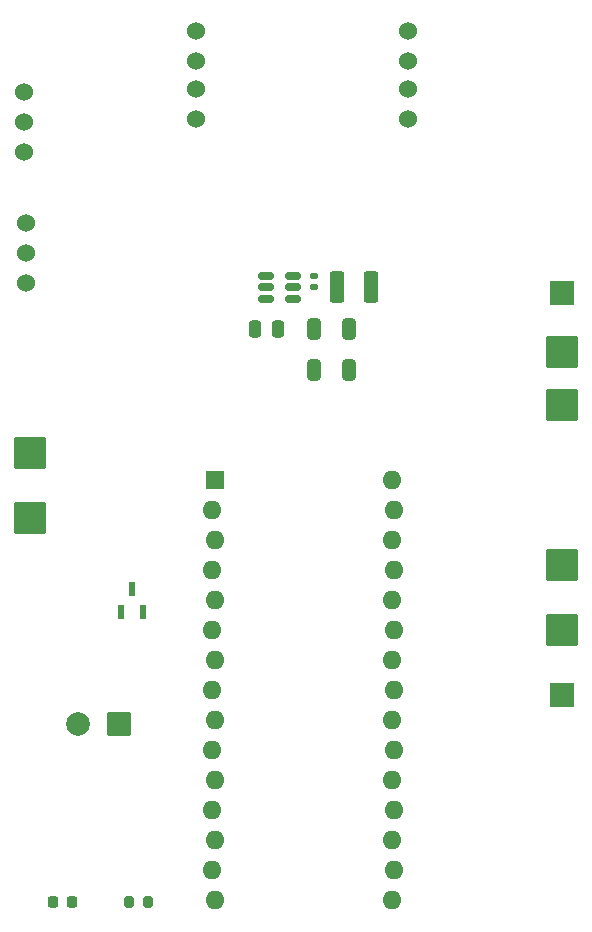
<source format=gts>
%TF.GenerationSoftware,KiCad,Pcbnew,9.0.0*%
%TF.CreationDate,2025-04-14T19:38:07-04:00*%
%TF.ProjectId,brainfreeze,62726169-6e66-4726-9565-7a652e6b6963,rev?*%
%TF.SameCoordinates,Original*%
%TF.FileFunction,Soldermask,Top*%
%TF.FilePolarity,Negative*%
%FSLAX46Y46*%
G04 Gerber Fmt 4.6, Leading zero omitted, Abs format (unit mm)*
G04 Created by KiCad (PCBNEW 9.0.0) date 2025-04-14 19:38:07*
%MOMM*%
%LPD*%
G01*
G04 APERTURE LIST*
G04 Aperture macros list*
%AMRoundRect*
0 Rectangle with rounded corners*
0 $1 Rounding radius*
0 $2 $3 $4 $5 $6 $7 $8 $9 X,Y pos of 4 corners*
0 Add a 4 corners polygon primitive as box body*
4,1,4,$2,$3,$4,$5,$6,$7,$8,$9,$2,$3,0*
0 Add four circle primitives for the rounded corners*
1,1,$1+$1,$2,$3*
1,1,$1+$1,$4,$5*
1,1,$1+$1,$6,$7*
1,1,$1+$1,$8,$9*
0 Add four rect primitives between the rounded corners*
20,1,$1+$1,$2,$3,$4,$5,0*
20,1,$1+$1,$4,$5,$6,$7,0*
20,1,$1+$1,$6,$7,$8,$9,0*
20,1,$1+$1,$8,$9,$2,$3,0*%
G04 Aperture macros list end*
%ADD10RoundRect,0.150000X-0.512500X-0.150000X0.512500X-0.150000X0.512500X0.150000X-0.512500X0.150000X0*%
%ADD11RoundRect,0.250000X-0.250000X-0.475000X0.250000X-0.475000X0.250000X0.475000X-0.250000X0.475000X0*%
%ADD12RoundRect,0.250000X-1.125000X-1.125000X1.125000X-1.125000X1.125000X1.125000X-1.125000X1.125000X0*%
%ADD13RoundRect,0.140000X-0.170000X0.140000X-0.170000X-0.140000X0.170000X-0.140000X0.170000X0.140000X0*%
%ADD14R,1.600000X1.600000*%
%ADD15O,1.600000X1.600000*%
%ADD16RoundRect,0.250001X-0.799999X-0.799999X0.799999X-0.799999X0.799999X0.799999X-0.799999X0.799999X0*%
%ADD17RoundRect,0.250000X0.325000X0.650000X-0.325000X0.650000X-0.325000X-0.650000X0.325000X-0.650000X0*%
%ADD18RoundRect,0.102000X0.900000X0.900000X-0.900000X0.900000X-0.900000X-0.900000X0.900000X-0.900000X0*%
%ADD19C,2.004000*%
%ADD20R,0.558800X1.270000*%
%ADD21C,1.524000*%
%ADD22RoundRect,0.218750X-0.218750X-0.256250X0.218750X-0.256250X0.218750X0.256250X-0.218750X0.256250X0*%
%ADD23RoundRect,0.200000X-0.200000X-0.275000X0.200000X-0.275000X0.200000X0.275000X-0.200000X0.275000X0*%
%ADD24RoundRect,0.250000X-0.375000X-1.075000X0.375000X-1.075000X0.375000X1.075000X-0.375000X1.075000X0*%
G04 APERTURE END LIST*
D10*
X197462500Y-97050000D03*
X197462500Y-98000000D03*
X197462500Y-98950000D03*
X199737500Y-98950000D03*
X199737500Y-98000000D03*
X199737500Y-97050000D03*
D11*
X196550000Y-101500000D03*
X198450000Y-101500000D03*
D12*
X222500000Y-108000000D03*
D13*
X201500000Y-97040000D03*
X201500000Y-98000000D03*
D14*
X193125000Y-114340000D03*
D15*
X192875000Y-116880000D03*
X193125000Y-119420000D03*
X192850000Y-121960000D03*
X193125000Y-124500000D03*
X192850000Y-127040000D03*
X193125000Y-129580000D03*
X192850000Y-132120000D03*
X193125000Y-134660000D03*
X192850000Y-137200000D03*
X193125000Y-139740000D03*
X192850000Y-142280000D03*
X193100000Y-144820000D03*
X192875000Y-147360000D03*
X193100000Y-149900000D03*
X208100000Y-149900000D03*
X208325000Y-147360000D03*
X208100000Y-144820000D03*
X208325000Y-142280000D03*
X208100000Y-139740000D03*
X208325000Y-137200000D03*
X208100000Y-134660000D03*
X208325000Y-132120000D03*
X208100000Y-129580000D03*
X208325000Y-127040000D03*
X208100000Y-124500000D03*
X208325000Y-121960000D03*
X208100000Y-119420000D03*
X208325000Y-116880000D03*
X208100000Y-114340000D03*
D12*
X177500000Y-112000000D03*
D16*
X222500000Y-98500000D03*
D12*
X177500000Y-117500000D03*
D17*
X204475000Y-101500000D03*
X201525000Y-101500000D03*
D18*
X185000000Y-135000000D03*
D19*
X181500000Y-135000000D03*
D20*
X185170002Y-125500000D03*
X187000000Y-125500000D03*
X186085001Y-123569600D03*
D16*
X222500000Y-132500000D03*
D17*
X204475000Y-105000000D03*
X201525000Y-105000000D03*
D21*
X176969900Y-81493400D03*
X176969900Y-84033400D03*
X176969900Y-86573400D03*
X191500000Y-76270000D03*
X191500000Y-76270000D03*
X191500000Y-78810000D03*
X191500000Y-78810000D03*
X191500000Y-81190000D03*
X191500000Y-81190000D03*
X191500000Y-83730000D03*
X191500000Y-83730000D03*
X209500000Y-76270000D03*
X209500000Y-76270000D03*
X209500000Y-78810000D03*
X209500000Y-78810000D03*
X209500000Y-81190000D03*
X209500000Y-81190000D03*
X209500000Y-83730000D03*
X209500000Y-83730000D03*
D12*
X222500000Y-121500000D03*
D22*
X179425000Y-150000000D03*
X181000000Y-150000000D03*
D23*
X185850000Y-150000000D03*
X187500000Y-150000000D03*
D24*
X203500000Y-98000000D03*
X206300000Y-98000000D03*
D21*
X177100000Y-92593400D03*
X177100000Y-95133400D03*
X177100000Y-97673400D03*
D12*
X222500000Y-103500000D03*
X222500000Y-127000000D03*
M02*

</source>
